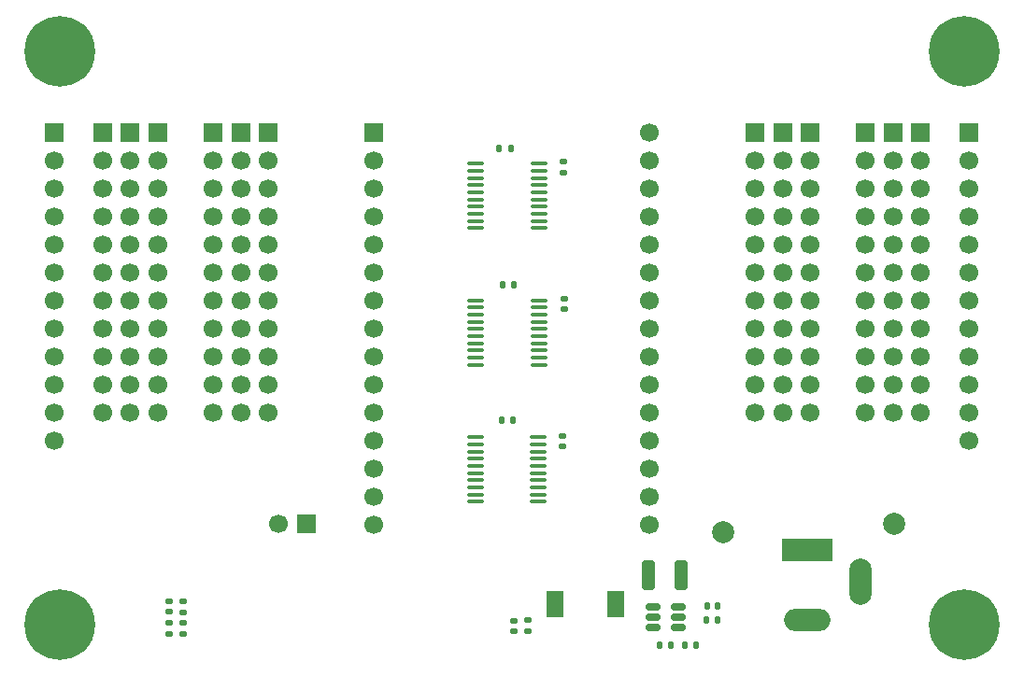
<source format=gbr>
%TF.GenerationSoftware,KiCad,Pcbnew,9.0.7*%
%TF.CreationDate,2026-02-14T10:56:32+01:00*%
%TF.ProjectId,ESP32_5V,45535033-325f-4355-962e-6b696361645f,rev?*%
%TF.SameCoordinates,Original*%
%TF.FileFunction,Soldermask,Top*%
%TF.FilePolarity,Negative*%
%FSLAX46Y46*%
G04 Gerber Fmt 4.6, Leading zero omitted, Abs format (unit mm)*
G04 Created by KiCad (PCBNEW 9.0.7) date 2026-02-14 10:56:32*
%MOMM*%
%LPD*%
G01*
G04 APERTURE LIST*
G04 Aperture macros list*
%AMRoundRect*
0 Rectangle with rounded corners*
0 $1 Rounding radius*
0 $2 $3 $4 $5 $6 $7 $8 $9 X,Y pos of 4 corners*
0 Add a 4 corners polygon primitive as box body*
4,1,4,$2,$3,$4,$5,$6,$7,$8,$9,$2,$3,0*
0 Add four circle primitives for the rounded corners*
1,1,$1+$1,$2,$3*
1,1,$1+$1,$4,$5*
1,1,$1+$1,$6,$7*
1,1,$1+$1,$8,$9*
0 Add four rect primitives between the rounded corners*
20,1,$1+$1,$2,$3,$4,$5,0*
20,1,$1+$1,$4,$5,$6,$7,0*
20,1,$1+$1,$6,$7,$8,$9,0*
20,1,$1+$1,$8,$9,$2,$3,0*%
G04 Aperture macros list end*
%ADD10C,0.800000*%
%ADD11C,6.400000*%
%ADD12RoundRect,0.135000X0.135000X0.185000X-0.135000X0.185000X-0.135000X-0.185000X0.135000X-0.185000X0*%
%ADD13RoundRect,0.147500X-0.172500X0.147500X-0.172500X-0.147500X0.172500X-0.147500X0.172500X0.147500X0*%
%ADD14R,4.600000X2.000000*%
%ADD15O,4.200000X2.000000*%
%ADD16O,2.000000X4.200000*%
%ADD17R,1.700000X1.700000*%
%ADD18C,1.700000*%
%ADD19RoundRect,0.135000X-0.135000X-0.185000X0.135000X-0.185000X0.135000X0.185000X-0.135000X0.185000X0*%
%ADD20RoundRect,0.140000X-0.170000X0.140000X-0.170000X-0.140000X0.170000X-0.140000X0.170000X0.140000X0*%
%ADD21RoundRect,0.100000X-0.637500X-0.100000X0.637500X-0.100000X0.637500X0.100000X-0.637500X0.100000X0*%
%ADD22RoundRect,0.135000X0.185000X-0.135000X0.185000X0.135000X-0.185000X0.135000X-0.185000X-0.135000X0*%
%ADD23RoundRect,0.250000X0.325000X1.100000X-0.325000X1.100000X-0.325000X-1.100000X0.325000X-1.100000X0*%
%ADD24RoundRect,0.140000X-0.140000X-0.170000X0.140000X-0.170000X0.140000X0.170000X-0.140000X0.170000X0*%
%ADD25RoundRect,0.150000X-0.512500X-0.150000X0.512500X-0.150000X0.512500X0.150000X-0.512500X0.150000X0*%
%ADD26R,1.500000X2.400000*%
%ADD27C,2.000000*%
G04 APERTURE END LIST*
D10*
%TO.C,H2*%
X142450000Y-35650000D03*
X143152944Y-33952944D03*
X143152944Y-37347056D03*
X144850000Y-33250000D03*
D11*
X144850000Y-35650000D03*
D10*
X144850000Y-38050000D03*
X146547056Y-33952944D03*
X146547056Y-37347056D03*
X147250000Y-35650000D03*
%TD*%
D12*
%TO.C,R10*%
X118260000Y-89500000D03*
X117240000Y-89500000D03*
%TD*%
%TO.C,R9*%
X120510000Y-89500000D03*
X119490000Y-89500000D03*
%TD*%
D13*
%TO.C,D2*%
X73991724Y-85551587D03*
X73991724Y-86521587D03*
%TD*%
D14*
%TO.C,J17*%
X130600000Y-80900000D03*
D15*
X130600000Y-87200000D03*
D16*
X135400000Y-83800000D03*
%TD*%
D10*
%TO.C,H4*%
X142450000Y-87650000D03*
X143152944Y-85952944D03*
X143152944Y-89347056D03*
X144850000Y-85250000D03*
D11*
X144850000Y-87650000D03*
D10*
X144850000Y-90050000D03*
X146547056Y-85952944D03*
X146547056Y-89347056D03*
X147250000Y-87650000D03*
%TD*%
D17*
%TO.C,J7*%
X130850000Y-43000000D03*
D18*
X130850000Y-45540000D03*
X130850000Y-48080000D03*
X130850000Y-50620000D03*
X130850000Y-53160000D03*
X130850000Y-55700000D03*
X130850000Y-58240000D03*
X130850000Y-60780000D03*
X130850000Y-63320000D03*
X130850000Y-65860000D03*
X130850000Y-68400000D03*
%TD*%
D19*
%TO.C,R8*%
X121480000Y-87250000D03*
X122500000Y-87250000D03*
%TD*%
D20*
%TO.C,C3*%
X108500000Y-45700000D03*
X108500000Y-46660000D03*
%TD*%
D19*
%TO.C,R2*%
X102950000Y-56850000D03*
X103970000Y-56850000D03*
%TD*%
D17*
%TO.C,J11*%
X71750000Y-43000000D03*
D18*
X71750000Y-45540000D03*
X71750000Y-48080000D03*
X71750000Y-50620000D03*
X71750000Y-53160000D03*
X71750000Y-55700000D03*
X71750000Y-58240000D03*
X71750000Y-60780000D03*
X71750000Y-63320000D03*
X71750000Y-65860000D03*
X71750000Y-68400000D03*
%TD*%
D21*
%TO.C,U5*%
X100525000Y-45850000D03*
X100525000Y-46500000D03*
X100525000Y-47150000D03*
X100525000Y-47800000D03*
X100525000Y-48450000D03*
X100525000Y-49100000D03*
X100525000Y-49750000D03*
X100525000Y-50400000D03*
X100525000Y-51050000D03*
X100525000Y-51700000D03*
X106250000Y-51700000D03*
X106250000Y-51050000D03*
X106250000Y-50400000D03*
X106250000Y-49750000D03*
X106250000Y-49100000D03*
X106250000Y-48450000D03*
X106250000Y-47800000D03*
X106250000Y-47150000D03*
X106250000Y-46500000D03*
X106250000Y-45850000D03*
%TD*%
D17*
%TO.C,J3*%
X128350000Y-43000000D03*
D18*
X128350000Y-45540000D03*
X128350000Y-48080000D03*
X128350000Y-50620000D03*
X128350000Y-53160000D03*
X128350000Y-55700000D03*
X128350000Y-58240000D03*
X128350000Y-60780000D03*
X128350000Y-63320000D03*
X128350000Y-65860000D03*
X128350000Y-68400000D03*
%TD*%
D22*
%TO.C,R4*%
X74000000Y-88520000D03*
X74000000Y-87500000D03*
%TD*%
D21*
%TO.C,U1*%
X100525000Y-58250000D03*
X100525000Y-58900000D03*
X100525000Y-59550000D03*
X100525000Y-60200000D03*
X100525000Y-60850000D03*
X100525000Y-61500000D03*
X100525000Y-62150000D03*
X100525000Y-62800000D03*
X100525000Y-63450000D03*
X100525000Y-64100000D03*
X106250000Y-64100000D03*
X106250000Y-63450000D03*
X106250000Y-62800000D03*
X106250000Y-62150000D03*
X106250000Y-61500000D03*
X106250000Y-60850000D03*
X106250000Y-60200000D03*
X106250000Y-59550000D03*
X106250000Y-58900000D03*
X106250000Y-58250000D03*
%TD*%
D17*
%TO.C,J16*%
X145250000Y-43000000D03*
D18*
X145250000Y-45540000D03*
X145250000Y-48080000D03*
X145250000Y-50620000D03*
X145250000Y-53160000D03*
X145250000Y-55700000D03*
X145250000Y-58240000D03*
X145250000Y-60780000D03*
X145250000Y-63320000D03*
X145250000Y-65860000D03*
X145250000Y-68400000D03*
X145250000Y-70940000D03*
%TD*%
D17*
%TO.C,J4*%
X81750000Y-43000000D03*
D18*
X81750000Y-45540000D03*
X81750000Y-48080000D03*
X81750000Y-50620000D03*
X81750000Y-53160000D03*
X81750000Y-55700000D03*
X81750000Y-58240000D03*
X81750000Y-60780000D03*
X81750000Y-63320000D03*
X81750000Y-65860000D03*
X81750000Y-68400000D03*
%TD*%
D22*
%TO.C,R7*%
X72750000Y-88520000D03*
X72750000Y-87500000D03*
%TD*%
D23*
%TO.C,C7*%
X119137500Y-83150000D03*
X116187500Y-83150000D03*
%TD*%
D17*
%TO.C,J10*%
X135850000Y-43040000D03*
D18*
X135850000Y-45580000D03*
X135850000Y-48120000D03*
X135850000Y-50660000D03*
X135850000Y-53200000D03*
X135850000Y-55740000D03*
X135850000Y-58280000D03*
X135850000Y-60820000D03*
X135850000Y-63360000D03*
X135850000Y-65900000D03*
X135850000Y-68440000D03*
%TD*%
D20*
%TO.C,C1*%
X108600000Y-58100000D03*
X108600000Y-59060000D03*
%TD*%
%TO.C,C10*%
X105250000Y-87270000D03*
X105250000Y-88230000D03*
%TD*%
D19*
%TO.C,R3*%
X102865000Y-69100000D03*
X103885000Y-69100000D03*
%TD*%
D17*
%TO.C,J15*%
X62350000Y-43000000D03*
D18*
X62350000Y-45540000D03*
X62350000Y-48080000D03*
X62350000Y-50620000D03*
X62350000Y-53160000D03*
X62350000Y-55700000D03*
X62350000Y-58240000D03*
X62350000Y-60780000D03*
X62350000Y-63320000D03*
X62350000Y-65860000D03*
X62350000Y-68400000D03*
X62350000Y-70940000D03*
%TD*%
D17*
%TO.C,J9*%
X69250000Y-43000000D03*
D18*
X69250000Y-45540000D03*
X69250000Y-48080000D03*
X69250000Y-50620000D03*
X69250000Y-53160000D03*
X69250000Y-55700000D03*
X69250000Y-58240000D03*
X69250000Y-60780000D03*
X69250000Y-63320000D03*
X69250000Y-65860000D03*
X69250000Y-68400000D03*
%TD*%
D10*
%TO.C,H1*%
X60450000Y-35650000D03*
X61152944Y-33952944D03*
X61152944Y-37347056D03*
X62850000Y-33250000D03*
D11*
X62850000Y-35650000D03*
D10*
X62850000Y-38050000D03*
X64547056Y-33952944D03*
X64547056Y-37347056D03*
X65250000Y-35650000D03*
%TD*%
D13*
%TO.C,D1*%
X72750000Y-85530000D03*
X72750000Y-86500000D03*
%TD*%
D24*
%TO.C,C8*%
X121540000Y-86000000D03*
X122500000Y-86000000D03*
%TD*%
D20*
%TO.C,C2*%
X108425000Y-70550000D03*
X108425000Y-71510000D03*
%TD*%
D17*
%TO.C,J13*%
X140850000Y-43040000D03*
D18*
X140850000Y-45580000D03*
X140850000Y-48120000D03*
X140850000Y-50660000D03*
X140850000Y-53200000D03*
X140850000Y-55740000D03*
X140850000Y-58280000D03*
X140850000Y-60820000D03*
X140850000Y-63360000D03*
X140850000Y-65900000D03*
X140850000Y-68440000D03*
%TD*%
D25*
%TO.C,U4*%
X116612500Y-86050000D03*
X116612500Y-87000000D03*
X116612500Y-87950000D03*
X118887500Y-87950000D03*
X118887500Y-87000000D03*
X118887500Y-86050000D03*
%TD*%
D17*
%TO.C,JP1*%
X85250000Y-78500000D03*
D18*
X82710000Y-78500000D03*
%TD*%
D17*
%TO.C,J5*%
X125850000Y-43000000D03*
D18*
X125850000Y-45540000D03*
X125850000Y-48080000D03*
X125850000Y-50620000D03*
X125850000Y-53160000D03*
X125850000Y-55700000D03*
X125850000Y-58240000D03*
X125850000Y-60780000D03*
X125850000Y-63320000D03*
X125850000Y-65860000D03*
X125850000Y-68400000D03*
%TD*%
D19*
%TO.C,R1*%
X102690000Y-44450000D03*
X103710000Y-44450000D03*
%TD*%
D26*
%TO.C,L1*%
X113250000Y-85750000D03*
X107750000Y-85750000D03*
%TD*%
D17*
%TO.C,J14*%
X91300000Y-43000000D03*
D18*
X91300000Y-45540000D03*
X91300000Y-48080000D03*
X91300000Y-50620000D03*
X91300000Y-53160000D03*
X91300000Y-55700000D03*
X91300000Y-58240000D03*
X91300000Y-60780000D03*
X91300000Y-63320000D03*
X91300000Y-65860000D03*
X91300000Y-68400000D03*
X91300000Y-70940000D03*
X91300000Y-73480000D03*
X91300000Y-76020000D03*
X91300000Y-78560000D03*
X116300000Y-43000000D03*
X116300000Y-45540000D03*
X116300000Y-48080000D03*
X116300000Y-50620000D03*
X116300000Y-53160000D03*
X116300000Y-55700000D03*
X116300000Y-58240000D03*
X116300000Y-60780000D03*
X116300000Y-63320000D03*
X116300000Y-65860000D03*
X116300000Y-68400000D03*
X116300000Y-70940000D03*
X116300000Y-73480000D03*
X116300000Y-76020000D03*
X116300000Y-78560000D03*
%TD*%
D21*
%TO.C,U2*%
X100500000Y-70650000D03*
X100500000Y-71300000D03*
X100500000Y-71950000D03*
X100500000Y-72600000D03*
X100500000Y-73250000D03*
X100500000Y-73900000D03*
X100500000Y-74550000D03*
X100500000Y-75200000D03*
X100500000Y-75850000D03*
X100500000Y-76500000D03*
X106225000Y-76500000D03*
X106225000Y-75850000D03*
X106225000Y-75200000D03*
X106225000Y-74550000D03*
X106225000Y-73900000D03*
X106225000Y-73250000D03*
X106225000Y-72600000D03*
X106225000Y-71950000D03*
X106225000Y-71300000D03*
X106225000Y-70650000D03*
%TD*%
D17*
%TO.C,J6*%
X76750000Y-43000000D03*
D18*
X76750000Y-45540000D03*
X76750000Y-48080000D03*
X76750000Y-50620000D03*
X76750000Y-53160000D03*
X76750000Y-55700000D03*
X76750000Y-58240000D03*
X76750000Y-60780000D03*
X76750000Y-63320000D03*
X76750000Y-65860000D03*
X76750000Y-68400000D03*
%TD*%
D17*
%TO.C,J2*%
X79250000Y-43000000D03*
D18*
X79250000Y-45540000D03*
X79250000Y-48080000D03*
X79250000Y-50620000D03*
X79250000Y-53160000D03*
X79250000Y-55700000D03*
X79250000Y-58240000D03*
X79250000Y-60780000D03*
X79250000Y-63320000D03*
X79250000Y-65860000D03*
X79250000Y-68400000D03*
%TD*%
D27*
%TO.C,TP1*%
X138500000Y-78500000D03*
%TD*%
%TO.C,TP2*%
X123000000Y-79250000D03*
%TD*%
D17*
%TO.C,J8*%
X138350000Y-43040000D03*
D18*
X138350000Y-45580000D03*
X138350000Y-48120000D03*
X138350000Y-50660000D03*
X138350000Y-53200000D03*
X138350000Y-55740000D03*
X138350000Y-58280000D03*
X138350000Y-60820000D03*
X138350000Y-63360000D03*
X138350000Y-65900000D03*
X138350000Y-68440000D03*
%TD*%
D17*
%TO.C,J12*%
X66750000Y-43000000D03*
D18*
X66750000Y-45540000D03*
X66750000Y-48080000D03*
X66750000Y-50620000D03*
X66750000Y-53160000D03*
X66750000Y-55700000D03*
X66750000Y-58240000D03*
X66750000Y-60780000D03*
X66750000Y-63320000D03*
X66750000Y-65860000D03*
X66750000Y-68400000D03*
%TD*%
D10*
%TO.C,H3*%
X60450000Y-87650000D03*
X61152944Y-85952944D03*
X61152944Y-89347056D03*
X62850000Y-85250000D03*
D11*
X62850000Y-87650000D03*
D10*
X62850000Y-90050000D03*
X64547056Y-85952944D03*
X64547056Y-89347056D03*
X65250000Y-87650000D03*
%TD*%
D20*
%TO.C,C9*%
X104000000Y-87290000D03*
X104000000Y-88250000D03*
%TD*%
M02*

</source>
